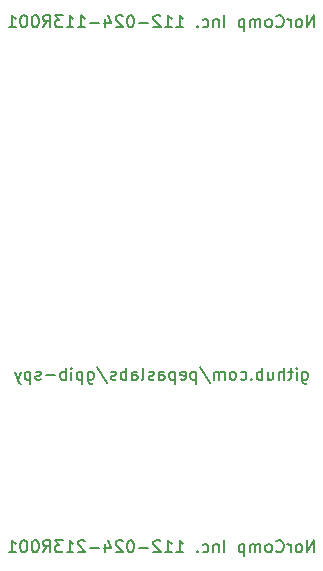
<source format=gbo>
G04 (created by PCBNEW (22-Jun-2014 BZR 4027)-stable) date Fri 07 Jul 2017 01:08:53 AM CDT*
%MOIN*%
G04 Gerber Fmt 3.4, Leading zero omitted, Abs format*
%FSLAX34Y34*%
G01*
G70*
G90*
G04 APERTURE LIST*
%ADD10C,0.00590551*%
%ADD11C,0.008*%
G04 APERTURE END LIST*
G54D10*
G54D11*
X63935Y-29645D02*
X63935Y-29969D01*
X63954Y-30007D01*
X63973Y-30026D01*
X64011Y-30045D01*
X64069Y-30045D01*
X64107Y-30026D01*
X63935Y-29892D02*
X63973Y-29911D01*
X64049Y-29911D01*
X64088Y-29892D01*
X64107Y-29873D01*
X64126Y-29835D01*
X64126Y-29721D01*
X64107Y-29683D01*
X64088Y-29664D01*
X64049Y-29645D01*
X63973Y-29645D01*
X63935Y-29664D01*
X63745Y-29911D02*
X63745Y-29645D01*
X63745Y-29511D02*
X63764Y-29530D01*
X63745Y-29550D01*
X63726Y-29530D01*
X63745Y-29511D01*
X63745Y-29550D01*
X63611Y-29645D02*
X63459Y-29645D01*
X63554Y-29511D02*
X63554Y-29854D01*
X63535Y-29892D01*
X63497Y-29911D01*
X63459Y-29911D01*
X63326Y-29911D02*
X63326Y-29511D01*
X63154Y-29911D02*
X63154Y-29702D01*
X63173Y-29664D01*
X63211Y-29645D01*
X63269Y-29645D01*
X63307Y-29664D01*
X63326Y-29683D01*
X62792Y-29645D02*
X62792Y-29911D01*
X62964Y-29645D02*
X62964Y-29854D01*
X62945Y-29892D01*
X62907Y-29911D01*
X62850Y-29911D01*
X62811Y-29892D01*
X62792Y-29873D01*
X62602Y-29911D02*
X62602Y-29511D01*
X62602Y-29664D02*
X62564Y-29645D01*
X62488Y-29645D01*
X62450Y-29664D01*
X62430Y-29683D01*
X62411Y-29721D01*
X62411Y-29835D01*
X62430Y-29873D01*
X62450Y-29892D01*
X62488Y-29911D01*
X62564Y-29911D01*
X62602Y-29892D01*
X62240Y-29873D02*
X62221Y-29892D01*
X62240Y-29911D01*
X62259Y-29892D01*
X62240Y-29873D01*
X62240Y-29911D01*
X61878Y-29892D02*
X61916Y-29911D01*
X61992Y-29911D01*
X62030Y-29892D01*
X62049Y-29873D01*
X62069Y-29835D01*
X62069Y-29721D01*
X62049Y-29683D01*
X62030Y-29664D01*
X61992Y-29645D01*
X61916Y-29645D01*
X61878Y-29664D01*
X61649Y-29911D02*
X61688Y-29892D01*
X61707Y-29873D01*
X61726Y-29835D01*
X61726Y-29721D01*
X61707Y-29683D01*
X61688Y-29664D01*
X61649Y-29645D01*
X61592Y-29645D01*
X61554Y-29664D01*
X61535Y-29683D01*
X61516Y-29721D01*
X61516Y-29835D01*
X61535Y-29873D01*
X61554Y-29892D01*
X61592Y-29911D01*
X61649Y-29911D01*
X61345Y-29911D02*
X61345Y-29645D01*
X61345Y-29683D02*
X61326Y-29664D01*
X61288Y-29645D01*
X61230Y-29645D01*
X61192Y-29664D01*
X61173Y-29702D01*
X61173Y-29911D01*
X61173Y-29702D02*
X61154Y-29664D01*
X61116Y-29645D01*
X61059Y-29645D01*
X61021Y-29664D01*
X61002Y-29702D01*
X61002Y-29911D01*
X60526Y-29492D02*
X60869Y-30007D01*
X60392Y-29645D02*
X60392Y-30045D01*
X60392Y-29664D02*
X60354Y-29645D01*
X60278Y-29645D01*
X60240Y-29664D01*
X60221Y-29683D01*
X60202Y-29721D01*
X60202Y-29835D01*
X60221Y-29873D01*
X60240Y-29892D01*
X60278Y-29911D01*
X60354Y-29911D01*
X60392Y-29892D01*
X59878Y-29892D02*
X59916Y-29911D01*
X59992Y-29911D01*
X60030Y-29892D01*
X60049Y-29854D01*
X60049Y-29702D01*
X60030Y-29664D01*
X59992Y-29645D01*
X59916Y-29645D01*
X59878Y-29664D01*
X59859Y-29702D01*
X59859Y-29740D01*
X60049Y-29778D01*
X59688Y-29645D02*
X59688Y-30045D01*
X59688Y-29664D02*
X59649Y-29645D01*
X59573Y-29645D01*
X59535Y-29664D01*
X59516Y-29683D01*
X59497Y-29721D01*
X59497Y-29835D01*
X59516Y-29873D01*
X59535Y-29892D01*
X59573Y-29911D01*
X59649Y-29911D01*
X59688Y-29892D01*
X59154Y-29911D02*
X59154Y-29702D01*
X59173Y-29664D01*
X59211Y-29645D01*
X59288Y-29645D01*
X59326Y-29664D01*
X59154Y-29892D02*
X59192Y-29911D01*
X59288Y-29911D01*
X59326Y-29892D01*
X59345Y-29854D01*
X59345Y-29816D01*
X59326Y-29778D01*
X59288Y-29759D01*
X59192Y-29759D01*
X59154Y-29740D01*
X58983Y-29892D02*
X58945Y-29911D01*
X58869Y-29911D01*
X58830Y-29892D01*
X58811Y-29854D01*
X58811Y-29835D01*
X58830Y-29797D01*
X58869Y-29778D01*
X58926Y-29778D01*
X58964Y-29759D01*
X58983Y-29721D01*
X58983Y-29702D01*
X58964Y-29664D01*
X58926Y-29645D01*
X58869Y-29645D01*
X58830Y-29664D01*
X58583Y-29911D02*
X58621Y-29892D01*
X58640Y-29854D01*
X58640Y-29511D01*
X58259Y-29911D02*
X58259Y-29702D01*
X58278Y-29664D01*
X58316Y-29645D01*
X58392Y-29645D01*
X58430Y-29664D01*
X58259Y-29892D02*
X58297Y-29911D01*
X58392Y-29911D01*
X58430Y-29892D01*
X58450Y-29854D01*
X58450Y-29816D01*
X58430Y-29778D01*
X58392Y-29759D01*
X58297Y-29759D01*
X58259Y-29740D01*
X58069Y-29911D02*
X58069Y-29511D01*
X58069Y-29664D02*
X58030Y-29645D01*
X57954Y-29645D01*
X57916Y-29664D01*
X57897Y-29683D01*
X57878Y-29721D01*
X57878Y-29835D01*
X57897Y-29873D01*
X57916Y-29892D01*
X57954Y-29911D01*
X58030Y-29911D01*
X58069Y-29892D01*
X57726Y-29892D02*
X57688Y-29911D01*
X57611Y-29911D01*
X57573Y-29892D01*
X57554Y-29854D01*
X57554Y-29835D01*
X57573Y-29797D01*
X57611Y-29778D01*
X57669Y-29778D01*
X57707Y-29759D01*
X57726Y-29721D01*
X57726Y-29702D01*
X57707Y-29664D01*
X57669Y-29645D01*
X57611Y-29645D01*
X57573Y-29664D01*
X57097Y-29492D02*
X57440Y-30007D01*
X56792Y-29645D02*
X56792Y-29969D01*
X56811Y-30007D01*
X56830Y-30026D01*
X56869Y-30045D01*
X56926Y-30045D01*
X56964Y-30026D01*
X56792Y-29892D02*
X56830Y-29911D01*
X56907Y-29911D01*
X56945Y-29892D01*
X56964Y-29873D01*
X56983Y-29835D01*
X56983Y-29721D01*
X56964Y-29683D01*
X56945Y-29664D01*
X56907Y-29645D01*
X56830Y-29645D01*
X56792Y-29664D01*
X56602Y-29645D02*
X56602Y-30045D01*
X56602Y-29664D02*
X56564Y-29645D01*
X56488Y-29645D01*
X56450Y-29664D01*
X56430Y-29683D01*
X56411Y-29721D01*
X56411Y-29835D01*
X56430Y-29873D01*
X56450Y-29892D01*
X56488Y-29911D01*
X56564Y-29911D01*
X56602Y-29892D01*
X56240Y-29911D02*
X56240Y-29645D01*
X56240Y-29511D02*
X56259Y-29530D01*
X56240Y-29550D01*
X56221Y-29530D01*
X56240Y-29511D01*
X56240Y-29550D01*
X56050Y-29911D02*
X56050Y-29511D01*
X56050Y-29664D02*
X56011Y-29645D01*
X55935Y-29645D01*
X55897Y-29664D01*
X55878Y-29683D01*
X55859Y-29721D01*
X55859Y-29835D01*
X55878Y-29873D01*
X55897Y-29892D01*
X55935Y-29911D01*
X56011Y-29911D01*
X56050Y-29892D01*
X55688Y-29759D02*
X55383Y-29759D01*
X55211Y-29892D02*
X55173Y-29911D01*
X55097Y-29911D01*
X55059Y-29892D01*
X55040Y-29854D01*
X55040Y-29835D01*
X55059Y-29797D01*
X55097Y-29778D01*
X55154Y-29778D01*
X55192Y-29759D01*
X55211Y-29721D01*
X55211Y-29702D01*
X55192Y-29664D01*
X55154Y-29645D01*
X55097Y-29645D01*
X55059Y-29664D01*
X54869Y-29645D02*
X54869Y-30045D01*
X54869Y-29664D02*
X54830Y-29645D01*
X54754Y-29645D01*
X54716Y-29664D01*
X54697Y-29683D01*
X54678Y-29721D01*
X54678Y-29835D01*
X54697Y-29873D01*
X54716Y-29892D01*
X54754Y-29911D01*
X54830Y-29911D01*
X54869Y-29892D01*
X54545Y-29645D02*
X54450Y-29911D01*
X54354Y-29645D02*
X54450Y-29911D01*
X54488Y-30007D01*
X54507Y-30026D01*
X54545Y-30045D01*
X64326Y-35661D02*
X64326Y-35261D01*
X64097Y-35661D01*
X64097Y-35261D01*
X63849Y-35661D02*
X63888Y-35642D01*
X63907Y-35623D01*
X63926Y-35585D01*
X63926Y-35471D01*
X63907Y-35433D01*
X63888Y-35414D01*
X63849Y-35395D01*
X63792Y-35395D01*
X63754Y-35414D01*
X63735Y-35433D01*
X63716Y-35471D01*
X63716Y-35585D01*
X63735Y-35623D01*
X63754Y-35642D01*
X63792Y-35661D01*
X63849Y-35661D01*
X63545Y-35661D02*
X63545Y-35395D01*
X63545Y-35471D02*
X63526Y-35433D01*
X63507Y-35414D01*
X63469Y-35395D01*
X63430Y-35395D01*
X63069Y-35623D02*
X63088Y-35642D01*
X63145Y-35661D01*
X63183Y-35661D01*
X63240Y-35642D01*
X63278Y-35604D01*
X63297Y-35566D01*
X63316Y-35490D01*
X63316Y-35433D01*
X63297Y-35357D01*
X63278Y-35319D01*
X63240Y-35280D01*
X63183Y-35261D01*
X63145Y-35261D01*
X63088Y-35280D01*
X63069Y-35300D01*
X62840Y-35661D02*
X62878Y-35642D01*
X62897Y-35623D01*
X62916Y-35585D01*
X62916Y-35471D01*
X62897Y-35433D01*
X62878Y-35414D01*
X62840Y-35395D01*
X62783Y-35395D01*
X62745Y-35414D01*
X62726Y-35433D01*
X62707Y-35471D01*
X62707Y-35585D01*
X62726Y-35623D01*
X62745Y-35642D01*
X62783Y-35661D01*
X62840Y-35661D01*
X62535Y-35661D02*
X62535Y-35395D01*
X62535Y-35433D02*
X62516Y-35414D01*
X62478Y-35395D01*
X62421Y-35395D01*
X62383Y-35414D01*
X62364Y-35452D01*
X62364Y-35661D01*
X62364Y-35452D02*
X62345Y-35414D01*
X62307Y-35395D01*
X62250Y-35395D01*
X62211Y-35414D01*
X62192Y-35452D01*
X62192Y-35661D01*
X62002Y-35395D02*
X62002Y-35795D01*
X62002Y-35414D02*
X61964Y-35395D01*
X61888Y-35395D01*
X61850Y-35414D01*
X61830Y-35433D01*
X61811Y-35471D01*
X61811Y-35585D01*
X61830Y-35623D01*
X61850Y-35642D01*
X61888Y-35661D01*
X61964Y-35661D01*
X62002Y-35642D01*
X61335Y-35661D02*
X61335Y-35261D01*
X61145Y-35395D02*
X61145Y-35661D01*
X61145Y-35433D02*
X61126Y-35414D01*
X61088Y-35395D01*
X61030Y-35395D01*
X60992Y-35414D01*
X60973Y-35452D01*
X60973Y-35661D01*
X60611Y-35642D02*
X60650Y-35661D01*
X60726Y-35661D01*
X60764Y-35642D01*
X60783Y-35623D01*
X60802Y-35585D01*
X60802Y-35471D01*
X60783Y-35433D01*
X60764Y-35414D01*
X60726Y-35395D01*
X60650Y-35395D01*
X60611Y-35414D01*
X60440Y-35623D02*
X60421Y-35642D01*
X60440Y-35661D01*
X60459Y-35642D01*
X60440Y-35623D01*
X60440Y-35661D01*
X59735Y-35661D02*
X59964Y-35661D01*
X59849Y-35661D02*
X59849Y-35261D01*
X59888Y-35319D01*
X59926Y-35357D01*
X59964Y-35376D01*
X59354Y-35661D02*
X59583Y-35661D01*
X59469Y-35661D02*
X59469Y-35261D01*
X59507Y-35319D01*
X59545Y-35357D01*
X59583Y-35376D01*
X59202Y-35300D02*
X59183Y-35280D01*
X59145Y-35261D01*
X59050Y-35261D01*
X59011Y-35280D01*
X58992Y-35300D01*
X58973Y-35338D01*
X58973Y-35376D01*
X58992Y-35433D01*
X59221Y-35661D01*
X58973Y-35661D01*
X58802Y-35509D02*
X58497Y-35509D01*
X58230Y-35261D02*
X58192Y-35261D01*
X58154Y-35280D01*
X58135Y-35300D01*
X58116Y-35338D01*
X58097Y-35414D01*
X58097Y-35509D01*
X58116Y-35585D01*
X58135Y-35623D01*
X58154Y-35642D01*
X58192Y-35661D01*
X58230Y-35661D01*
X58269Y-35642D01*
X58288Y-35623D01*
X58307Y-35585D01*
X58326Y-35509D01*
X58326Y-35414D01*
X58307Y-35338D01*
X58288Y-35300D01*
X58269Y-35280D01*
X58230Y-35261D01*
X57945Y-35300D02*
X57926Y-35280D01*
X57888Y-35261D01*
X57792Y-35261D01*
X57754Y-35280D01*
X57735Y-35300D01*
X57716Y-35338D01*
X57716Y-35376D01*
X57735Y-35433D01*
X57964Y-35661D01*
X57716Y-35661D01*
X57373Y-35395D02*
X57373Y-35661D01*
X57469Y-35242D02*
X57564Y-35528D01*
X57316Y-35528D01*
X57164Y-35509D02*
X56859Y-35509D01*
X56688Y-35300D02*
X56669Y-35280D01*
X56630Y-35261D01*
X56535Y-35261D01*
X56497Y-35280D01*
X56478Y-35300D01*
X56459Y-35338D01*
X56459Y-35376D01*
X56478Y-35433D01*
X56707Y-35661D01*
X56459Y-35661D01*
X56078Y-35661D02*
X56307Y-35661D01*
X56192Y-35661D02*
X56192Y-35261D01*
X56230Y-35319D01*
X56269Y-35357D01*
X56307Y-35376D01*
X55945Y-35261D02*
X55697Y-35261D01*
X55830Y-35414D01*
X55773Y-35414D01*
X55735Y-35433D01*
X55716Y-35452D01*
X55697Y-35490D01*
X55697Y-35585D01*
X55716Y-35623D01*
X55735Y-35642D01*
X55773Y-35661D01*
X55888Y-35661D01*
X55926Y-35642D01*
X55945Y-35623D01*
X55297Y-35661D02*
X55430Y-35471D01*
X55526Y-35661D02*
X55526Y-35261D01*
X55373Y-35261D01*
X55335Y-35280D01*
X55316Y-35300D01*
X55297Y-35338D01*
X55297Y-35395D01*
X55316Y-35433D01*
X55335Y-35452D01*
X55373Y-35471D01*
X55526Y-35471D01*
X55049Y-35261D02*
X55011Y-35261D01*
X54973Y-35280D01*
X54954Y-35300D01*
X54935Y-35338D01*
X54916Y-35414D01*
X54916Y-35509D01*
X54935Y-35585D01*
X54954Y-35623D01*
X54973Y-35642D01*
X55011Y-35661D01*
X55049Y-35661D01*
X55088Y-35642D01*
X55107Y-35623D01*
X55126Y-35585D01*
X55145Y-35509D01*
X55145Y-35414D01*
X55126Y-35338D01*
X55107Y-35300D01*
X55088Y-35280D01*
X55049Y-35261D01*
X54669Y-35261D02*
X54630Y-35261D01*
X54592Y-35280D01*
X54573Y-35300D01*
X54554Y-35338D01*
X54535Y-35414D01*
X54535Y-35509D01*
X54554Y-35585D01*
X54573Y-35623D01*
X54592Y-35642D01*
X54630Y-35661D01*
X54669Y-35661D01*
X54707Y-35642D01*
X54726Y-35623D01*
X54745Y-35585D01*
X54764Y-35509D01*
X54764Y-35414D01*
X54745Y-35338D01*
X54726Y-35300D01*
X54707Y-35280D01*
X54669Y-35261D01*
X54154Y-35661D02*
X54383Y-35661D01*
X54269Y-35661D02*
X54269Y-35261D01*
X54307Y-35319D01*
X54345Y-35357D01*
X54383Y-35376D01*
X64326Y-18161D02*
X64326Y-17761D01*
X64097Y-18161D01*
X64097Y-17761D01*
X63849Y-18161D02*
X63888Y-18142D01*
X63907Y-18123D01*
X63926Y-18085D01*
X63926Y-17971D01*
X63907Y-17933D01*
X63888Y-17914D01*
X63849Y-17895D01*
X63792Y-17895D01*
X63754Y-17914D01*
X63735Y-17933D01*
X63716Y-17971D01*
X63716Y-18085D01*
X63735Y-18123D01*
X63754Y-18142D01*
X63792Y-18161D01*
X63849Y-18161D01*
X63545Y-18161D02*
X63545Y-17895D01*
X63545Y-17971D02*
X63526Y-17933D01*
X63507Y-17914D01*
X63469Y-17895D01*
X63430Y-17895D01*
X63069Y-18123D02*
X63088Y-18142D01*
X63145Y-18161D01*
X63183Y-18161D01*
X63240Y-18142D01*
X63278Y-18104D01*
X63297Y-18066D01*
X63316Y-17990D01*
X63316Y-17933D01*
X63297Y-17857D01*
X63278Y-17819D01*
X63240Y-17780D01*
X63183Y-17761D01*
X63145Y-17761D01*
X63088Y-17780D01*
X63069Y-17800D01*
X62840Y-18161D02*
X62878Y-18142D01*
X62897Y-18123D01*
X62916Y-18085D01*
X62916Y-17971D01*
X62897Y-17933D01*
X62878Y-17914D01*
X62840Y-17895D01*
X62783Y-17895D01*
X62745Y-17914D01*
X62726Y-17933D01*
X62707Y-17971D01*
X62707Y-18085D01*
X62726Y-18123D01*
X62745Y-18142D01*
X62783Y-18161D01*
X62840Y-18161D01*
X62535Y-18161D02*
X62535Y-17895D01*
X62535Y-17933D02*
X62516Y-17914D01*
X62478Y-17895D01*
X62421Y-17895D01*
X62383Y-17914D01*
X62364Y-17952D01*
X62364Y-18161D01*
X62364Y-17952D02*
X62345Y-17914D01*
X62307Y-17895D01*
X62250Y-17895D01*
X62211Y-17914D01*
X62192Y-17952D01*
X62192Y-18161D01*
X62002Y-17895D02*
X62002Y-18295D01*
X62002Y-17914D02*
X61964Y-17895D01*
X61888Y-17895D01*
X61850Y-17914D01*
X61830Y-17933D01*
X61811Y-17971D01*
X61811Y-18085D01*
X61830Y-18123D01*
X61850Y-18142D01*
X61888Y-18161D01*
X61964Y-18161D01*
X62002Y-18142D01*
X61335Y-18161D02*
X61335Y-17761D01*
X61145Y-17895D02*
X61145Y-18161D01*
X61145Y-17933D02*
X61126Y-17914D01*
X61088Y-17895D01*
X61030Y-17895D01*
X60992Y-17914D01*
X60973Y-17952D01*
X60973Y-18161D01*
X60611Y-18142D02*
X60650Y-18161D01*
X60726Y-18161D01*
X60764Y-18142D01*
X60783Y-18123D01*
X60802Y-18085D01*
X60802Y-17971D01*
X60783Y-17933D01*
X60764Y-17914D01*
X60726Y-17895D01*
X60650Y-17895D01*
X60611Y-17914D01*
X60440Y-18123D02*
X60421Y-18142D01*
X60440Y-18161D01*
X60459Y-18142D01*
X60440Y-18123D01*
X60440Y-18161D01*
X59735Y-18161D02*
X59964Y-18161D01*
X59849Y-18161D02*
X59849Y-17761D01*
X59888Y-17819D01*
X59926Y-17857D01*
X59964Y-17876D01*
X59354Y-18161D02*
X59583Y-18161D01*
X59469Y-18161D02*
X59469Y-17761D01*
X59507Y-17819D01*
X59545Y-17857D01*
X59583Y-17876D01*
X59202Y-17800D02*
X59183Y-17780D01*
X59145Y-17761D01*
X59050Y-17761D01*
X59011Y-17780D01*
X58992Y-17800D01*
X58973Y-17838D01*
X58973Y-17876D01*
X58992Y-17933D01*
X59221Y-18161D01*
X58973Y-18161D01*
X58802Y-18009D02*
X58497Y-18009D01*
X58230Y-17761D02*
X58192Y-17761D01*
X58154Y-17780D01*
X58135Y-17800D01*
X58116Y-17838D01*
X58097Y-17914D01*
X58097Y-18009D01*
X58116Y-18085D01*
X58135Y-18123D01*
X58154Y-18142D01*
X58192Y-18161D01*
X58230Y-18161D01*
X58269Y-18142D01*
X58288Y-18123D01*
X58307Y-18085D01*
X58326Y-18009D01*
X58326Y-17914D01*
X58307Y-17838D01*
X58288Y-17800D01*
X58269Y-17780D01*
X58230Y-17761D01*
X57945Y-17800D02*
X57926Y-17780D01*
X57888Y-17761D01*
X57792Y-17761D01*
X57754Y-17780D01*
X57735Y-17800D01*
X57716Y-17838D01*
X57716Y-17876D01*
X57735Y-17933D01*
X57964Y-18161D01*
X57716Y-18161D01*
X57373Y-17895D02*
X57373Y-18161D01*
X57469Y-17742D02*
X57564Y-18028D01*
X57316Y-18028D01*
X57164Y-18009D02*
X56859Y-18009D01*
X56459Y-18161D02*
X56688Y-18161D01*
X56573Y-18161D02*
X56573Y-17761D01*
X56611Y-17819D01*
X56649Y-17857D01*
X56688Y-17876D01*
X56078Y-18161D02*
X56307Y-18161D01*
X56192Y-18161D02*
X56192Y-17761D01*
X56230Y-17819D01*
X56269Y-17857D01*
X56307Y-17876D01*
X55945Y-17761D02*
X55697Y-17761D01*
X55830Y-17914D01*
X55773Y-17914D01*
X55735Y-17933D01*
X55716Y-17952D01*
X55697Y-17990D01*
X55697Y-18085D01*
X55716Y-18123D01*
X55735Y-18142D01*
X55773Y-18161D01*
X55888Y-18161D01*
X55926Y-18142D01*
X55945Y-18123D01*
X55297Y-18161D02*
X55430Y-17971D01*
X55526Y-18161D02*
X55526Y-17761D01*
X55373Y-17761D01*
X55335Y-17780D01*
X55316Y-17800D01*
X55297Y-17838D01*
X55297Y-17895D01*
X55316Y-17933D01*
X55335Y-17952D01*
X55373Y-17971D01*
X55526Y-17971D01*
X55049Y-17761D02*
X55011Y-17761D01*
X54973Y-17780D01*
X54954Y-17800D01*
X54935Y-17838D01*
X54916Y-17914D01*
X54916Y-18009D01*
X54935Y-18085D01*
X54954Y-18123D01*
X54973Y-18142D01*
X55011Y-18161D01*
X55049Y-18161D01*
X55088Y-18142D01*
X55107Y-18123D01*
X55126Y-18085D01*
X55145Y-18009D01*
X55145Y-17914D01*
X55126Y-17838D01*
X55107Y-17800D01*
X55088Y-17780D01*
X55049Y-17761D01*
X54669Y-17761D02*
X54630Y-17761D01*
X54592Y-17780D01*
X54573Y-17800D01*
X54554Y-17838D01*
X54535Y-17914D01*
X54535Y-18009D01*
X54554Y-18085D01*
X54573Y-18123D01*
X54592Y-18142D01*
X54630Y-18161D01*
X54669Y-18161D01*
X54707Y-18142D01*
X54726Y-18123D01*
X54745Y-18085D01*
X54764Y-18009D01*
X54764Y-17914D01*
X54745Y-17838D01*
X54726Y-17800D01*
X54707Y-17780D01*
X54669Y-17761D01*
X54154Y-18161D02*
X54383Y-18161D01*
X54269Y-18161D02*
X54269Y-17761D01*
X54307Y-17819D01*
X54345Y-17857D01*
X54383Y-17876D01*
M02*

</source>
